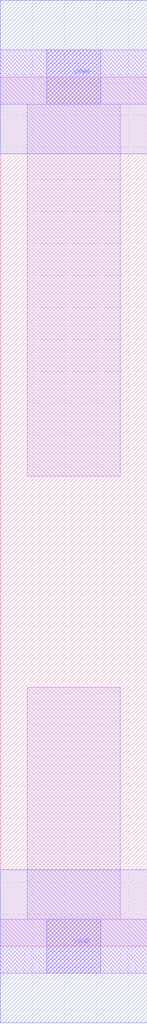
<source format=lef>
# Copyright 2020 The SkyWater PDK Authors
#
# Licensed under the Apache License, Version 2.0 (the "License");
# you may not use this file except in compliance with the License.
# You may obtain a copy of the License at
#
#     https://www.apache.org/licenses/LICENSE-2.0
#
# Unless required by applicable law or agreed to in writing, software
# distributed under the License is distributed on an "AS IS" BASIS,
# WITHOUT WARRANTIES OR CONDITIONS OF ANY KIND, either express or implied.
# See the License for the specific language governing permissions and
# limitations under the License.
#
# SPDX-License-Identifier: Apache-2.0

VERSION 5.7 ;
  NOWIREEXTENSIONATPIN ON ;
  DIVIDERCHAR "/" ;
  BUSBITCHARS "[]" ;
PROPERTYDEFINITIONS
  MACRO maskLayoutSubType STRING ;
  MACRO prCellType STRING ;
  MACRO originalViewName STRING ;
END PROPERTYDEFINITIONS
MACRO sky130_fd_sc_hdll__tapvpwrvgnd_1
  CLASS CORE WELLTAP ;
  FOREIGN sky130_fd_sc_hdll__tapvpwrvgnd_1 ;
  ORIGIN  0.000000  0.000000 ;
  SIZE  0.460000 BY  2.720000 ;
  SYMMETRY X Y R90 ;
  SITE unithd ;
  PIN VGND
    DIRECTION INOUT ;
    USE GROUND ;
    PORT
      LAYER met1 ;
        RECT 0.000000 -0.240000 0.460000 0.240000 ;
    END
  END VGND
  PIN VPWR
    DIRECTION INOUT ;
    USE POWER ;
    PORT
      LAYER met1 ;
        RECT 0.000000 2.480000 0.460000 2.960000 ;
    END
  END VPWR
  OBS
    LAYER li1 ;
      RECT 0.000000 -0.085000 0.460000 0.085000 ;
      RECT 0.000000  2.635000 0.460000 2.805000 ;
      RECT 0.085000  0.085000 0.375000 0.810000 ;
      RECT 0.085000  1.470000 0.375000 2.635000 ;
    LAYER mcon ;
      RECT 0.145000 -0.085000 0.315000 0.085000 ;
      RECT 0.145000  2.635000 0.315000 2.805000 ;
  END
  PROPERTY maskLayoutSubType "abstract" ;
  PROPERTY prCellType "standard" ;
  PROPERTY originalViewName "layout" ;
END sky130_fd_sc_hdll__tapvpwrvgnd_1
END LIBRARY

</source>
